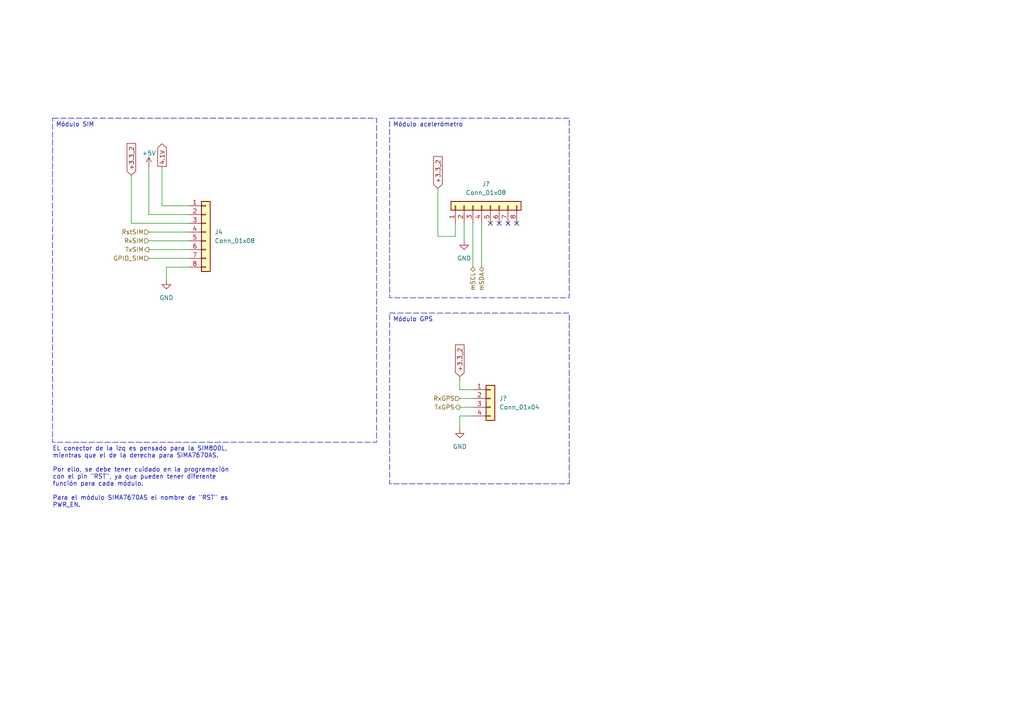
<source format=kicad_sch>
(kicad_sch (version 20230121) (generator eeschema)
  (paper "A4")
  (lib_symbols
    (symbol "Connector_Generic:Conn_01x04" (pin_names (offset 1.016) hide)
      (property "Reference" "J" (at 0 5.08 0))
      (property "Value" "Conn_01x04" (at 0 -7.62 0))
      (symbol "Conn_01x04_1_1"
        (rectangle (start -1.27 -4.953) (end 0 -5.207) (stroke (width 0.1524)))
        (rectangle (start -1.27 -2.413) (end 0 -2.667) (stroke (width 0.1524)))
        (rectangle (start -1.27 0.127) (end 0 -0.127) (stroke (width 0.1524)))
        (rectangle (start -1.27 2.667) (end 0 2.413) (stroke (width 0.1524)))
        (rectangle (start -1.27 3.81) (end 1.27 -6.35) (stroke (width 0.254)) (fill (type background)))
        (pin passive line (at -5.08 2.54 0) (length 3.81) (name "Pin_1") (number "1"))
        (pin passive line (at -5.08 0 0) (length 3.81) (name "Pin_2") (number "2"))
        (pin passive line (at -5.08 -2.54 0) (length 3.81) (name "Pin_3") (number "3"))
        (pin passive line (at -5.08 -5.08 0) (length 3.81) (name "Pin_4") (number "4"))
      )
    )
    (symbol "Connector_Generic:Conn_01x08" (pin_names (offset 1.016) hide)
      (property "Reference" "J" (at 0 10.16 0))
      (property "Value" "Conn_01x08" (at 0 -12.7 0))
      (symbol "Conn_01x08_1_1"
        (rectangle (start -1.27 -10.033) (end 0 -10.287) (stroke (width 0.1524)))
        (rectangle (start -1.27 -7.493) (end 0 -7.747) (stroke (width 0.1524)))
        (rectangle (start -1.27 -4.953) (end 0 -5.207) (stroke (width 0.1524)))
        (rectangle (start -1.27 -2.413) (end 0 -2.667) (stroke (width 0.1524)))
        (rectangle (start -1.27 0.127) (end 0 -0.127) (stroke (width 0.1524)))
        (rectangle (start -1.27 2.667) (end 0 2.413) (stroke (width 0.1524)))
        (rectangle (start -1.27 5.207) (end 0 4.953) (stroke (width 0.1524)))
        (rectangle (start -1.27 7.747) (end 0 7.493) (stroke (width 0.1524)))
        (rectangle (start -1.27 8.89) (end 1.27 -11.43) (stroke (width 0.254)) (fill (type background)))
        (pin passive line (at -5.08 7.62 0) (length 3.81) (name "Pin_1") (number "1"))
        (pin passive line (at -5.08 5.08 0) (length 3.81) (name "Pin_2") (number "2"))
        (pin passive line (at -5.08 2.54 0) (length 3.81) (name "Pin_3") (number "3"))
        (pin passive line (at -5.08 0 0) (length 3.81) (name "Pin_4") (number "4"))
        (pin passive line (at -5.08 -2.54 0) (length 3.81) (name "Pin_5") (number "5"))
        (pin passive line (at -5.08 -5.08 0) (length 3.81) (name "Pin_6") (number "6"))
        (pin passive line (at -5.08 -7.62 0) (length 3.81) (name "Pin_7") (number "7"))
        (pin passive line (at -5.08 -10.16 0) (length 3.81) (name "Pin_8") (number "8"))
      )
    )
    (symbol "power:+5V" (power) (pin_names (offset 0))
      (property "Value" "+5V" (at 0 3.556 0))
      (symbol "+5V_0_1"
        (polyline (pts (xy -0.762 1.27) (xy 0 2.54)))
        (polyline (pts (xy 0 0) (xy 0 2.54)))
        (polyline (pts (xy 0 2.54) (xy 0.762 1.27)))
      )
      (symbol "+5V_1_1"
        (pin power_in line (at 0 0 90) (length 0) hide (name "+5V") (number "1"))
      )
    )
    (symbol "power:GND" (power) (pin_names (offset 0))
      (property "Value" "GND" (at 0 -3.81 0))
      (symbol "GND_0_1"
        (polyline (pts (xy 0 0) (xy 0 -1.27) (xy 1.27 -1.27) (xy 0 -2.54) (xy -1.27 -1.27) (xy 0 -1.27)))
      )
      (symbol "GND_1_1"
        (pin power_in line (at 0 0 270) (length 0) hide (name "GND") (number "1"))
      )
    )
  )
  (no_connect (at 144.78 64.77))
  (no_connect (at 149.86 64.77))
  (no_connect (at 142.24 64.77))
  (no_connect (at 147.32 64.77))
  (wire (pts (xy 48.26 81.28) (xy 48.26 77.47)))
  (wire (pts (xy 43.18 72.39) (xy 54.61 72.39)))
  (wire (pts (xy 134.62 64.77) (xy 134.62 69.85)))
  (wire (pts (xy 43.18 74.93) (xy 54.61 74.93)))
  (wire (pts (xy 43.18 69.85) (xy 54.61 69.85)))
  (wire (pts (xy 137.16 64.77) (xy 137.16 77.47)))
  (wire (pts (xy 133.35 113.03) (xy 133.35 109.22)))
  (wire (pts (xy 133.35 118.11) (xy 137.16 118.11)))
  (wire (pts (xy 48.26 77.47) (xy 54.61 77.47)))
  (wire (pts (xy 133.35 115.57) (xy 137.16 115.57)))
  (wire (pts (xy 43.18 67.31) (xy 54.61 67.31)))
  (wire (pts (xy 133.35 120.65) (xy 133.35 124.46)))
  (wire (pts (xy 46.99 48.26) (xy 46.99 59.69)))
  (wire (pts (xy 137.16 120.65) (xy 133.35 120.65)))
  (wire (pts (xy 43.18 62.23) (xy 54.61 62.23)))
  (wire (pts (xy 127 68.58) (xy 127 54.61)))
  (wire (pts (xy 132.08 64.77) (xy 132.08 68.58)))
  (wire (pts (xy 43.18 48.26) (xy 43.18 62.23)))
  (wire (pts (xy 38.1 64.77) (xy 54.61 64.77)))
  (wire (pts (xy 46.99 59.69) (xy 54.61 59.69)))
  (wire (pts (xy 38.1 50.8) (xy 38.1 64.77)))
  (wire (pts (xy 137.16 113.03) (xy 133.35 113.03)))
  (wire (pts (xy 132.08 68.58) (xy 127 68.58)))
  (wire (pts (xy 139.7 64.77) (xy 139.7 77.47)))
  (text_box "Módulo SIM" (at 15.24 34.29 0) (size 93.98 93.98) (stroke (width 0) (type dash)) (effects (font (size 1.27 1.27)) (justify left top)))
  (text_box "Módulo acelerómetro" (at 113.03 34.29 0) (size 52.07 52.07) (stroke (width 0) (type dash)) (effects (font (size 1.27 1.27)) (justify left top)))
  (text_box "Módulo GPS" (at 113.03 90.805 0) (size 52.07 49.53) (stroke (width 0) (type dash)) (effects (font (size 1.27 1.27)) (justify left top)))
  (text "EL conector de la izq es pensado para la SIM800L, \nmientras que el de la derecha para SIMA7670AS.\n\nPor ello, se debe tener cuidado en la programación\ncon el pin \"RST\", ya que pueden tener diferente \nfunción para cada módulo.\n\nPara el módulo SIMA7670AS el nombre de \"RST\" es \nPWR_EN." (at 15.24 147.32 0) (effects (font (size 1.27 1.27)) (justify left bottom)))
  (global_label "+3.3_2" (shape input) (at 38.1 50.8 90) (property "Intersheetrefs" "${INTERSHEET_REFS}" (effects hide)))
  (global_label "4.1V" (shape output) (at 46.99 48.26 90) (property "Intersheetrefs" "${INTERSHEET_REFS}" (effects hide)))
  (global_label "+3.3_2" (shape input) (at 127 54.61 90) (property "Intersheetrefs" "${INTERSHEET_REFS}" (effects hide)))
  (global_label "+3.3_2" (shape input) (at 133.35 109.22 90) (property "Intersheetrefs" "${INTERSHEET_REFS}" (effects hide)))
  (hierarchical_label "mSDA" (shape bidirectional) (at 139.7 77.47 270))
  (hierarchical_label "RstSIM" (shape input) (at 43.18 67.31 180))
  (hierarchical_label "RxGPS" (shape input) (at 133.35 115.57 180))
  (hierarchical_label "mSCL" (shape bidirectional) (at 137.16 77.47 270))
  (hierarchical_label "RxSIM" (shape input) (at 43.18 69.85 180))
  (hierarchical_label "TxGPS" (shape output) (at 133.35 118.11 180))
  (hierarchical_label "GPIO_SIM" (shape input) (at 43.18 74.93 180))
  (hierarchical_label "TxSIM" (shape output) (at 43.18 72.39 180))
  (symbol (lib_id "Connector_Generic:Conn_01x08") (at 139.7 59.69 90) (unit 1)
    (property "Reference" "J?" (at 140.97 53.34 90))
    (property "Value" "Conn_01x08" (at 140.97 55.88 90))
    (property "Footprint" "Connector_PinSocket_2.54mm:PinSocket_1x08_P2.54mm_Vertical" (effects hide))
    (instances (project "SmartBike2" (path "" (reference "J?") (unit 1))) (project "SB2_ACOND_CONN" (path "" (reference "J5") (unit 1))))
  )
  (symbol (lib_id "Connector_Generic:Conn_01x04") (at 142.24 115.57 0) (unit 1)
    (property "Reference" "J?" (at 144.78 115.57 0) (effects (justify left)))
    (property "Value" "Conn_01x04" (at 144.78 118.11 0) (effects (justify left)))
    (property "Footprint" "Connector_PinSocket_2.54mm:PinSocket_1x04_P2.54mm_Vertical" (effects hide))
    (instances (project "SmartBike2" (path "" (reference "J?") (unit 1))) (project "SB2_ACOND_CONN" (path "" (reference "J6") (unit 1))))
  )
  (symbol (lib_id "power:GND") (at 48.26 81.28 0) (unit 1)
    (property "Reference" "#PWR?" (effects hide))
    (property "Value" "GND" (at 48.26 86.36 0))
    (instances (project "SmartBike2" (path "" (reference "#PWR?") (unit 1))) (project "SB2_ACOND_CONN" (path "" (reference "#PWR016") (unit 1))))
  )
  (symbol (lib_id "power:GND") (at 133.35 124.46 0) (unit 1)
    (property "Reference" "#PWR?" (effects hide))
    (property "Value" "GND" (at 133.35 129.54 0))
    (instances (project "SmartBike2" (path "" (reference "#PWR?") (unit 1))) (project "SB2_ACOND_CONN" (path "" (reference "#PWR017") (unit 1))))
  )
  (symbol (lib_id "power:GND") (at 134.62 69.85 0) (unit 1)
    (property "Reference" "#PWR?" (effects hide))
    (property "Value" "GND" (at 134.62 74.93 0))
    (instances (project "SmartBike2" (path "" (reference "#PWR?") (unit 1))) (project "SB2_ACOND_CONN" (path "" (reference "#PWR018") (unit 1))))
  )
  (symbol (lib_id "power:+5V") (at 43.18 48.26 0) (unit 1)
    (property "Reference" "#PWR015" (effects hide))
    (property "Value" "+5V" (at 43.18 44.45 0))
  )
  (symbol (lib_id "Connector_Generic:Conn_01x08") (at 59.69 67.31 0) (unit 1)
    (property "Reference" "J4" (at 62.23 67.31 0) (effects (justify left)))
    (property "Value" "Conn_01x08" (at 62.23 69.85 0) (effects (justify left)))
    (property "Footprint" "Connector_PinHeader_2.54mm:PinHeader_1x08_P2.54mm_Vertical" (effects hide))
  )
)
</source>
